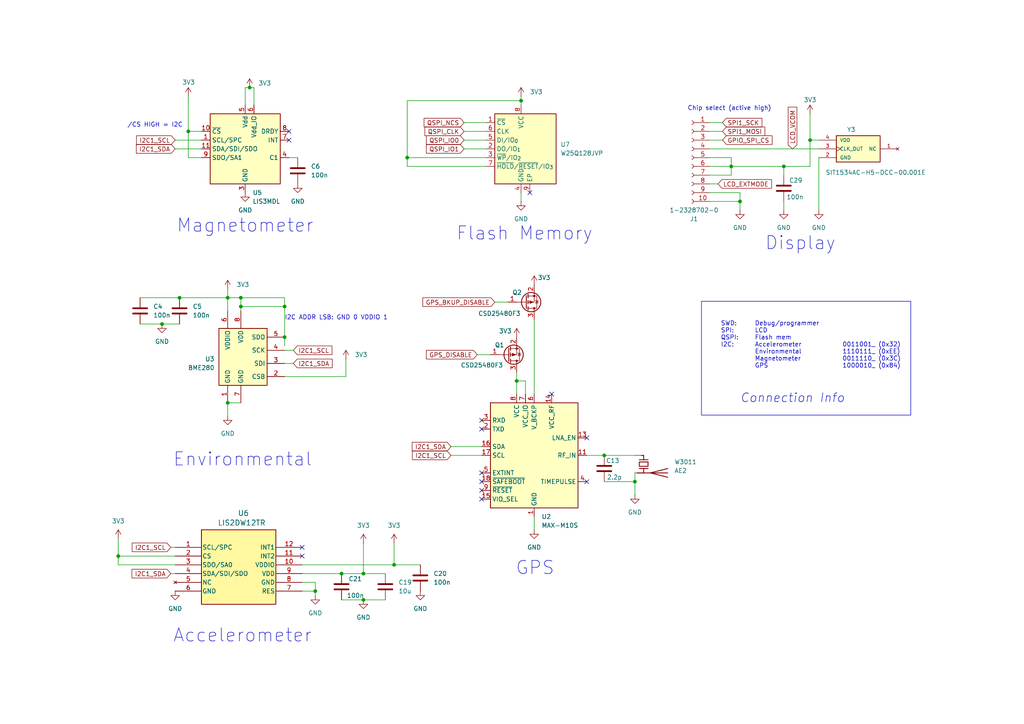
<source format=kicad_sch>
(kicad_sch (version 20250114) (generator "eeschema") (generator_version "9.0")
  (paper "A4")
  (lib_symbols
    (symbol "Connector:Conn_01x10_Socket" (pin_names (offset 1.016) (hide yes))
      (property "Reference" "J" (at 0 12.7 0))
      (property "Value" "Conn_01x10_Socket" (at 0 -15.24 0))
      (symbol "Conn_01x10_Socket_1_1"
        (polyline (pts (xy -1.27 10.16) (xy -0.508 10.16)) (stroke (width 0.1524)))
        (polyline (pts (xy -1.27 7.62) (xy -0.508 7.62)) (stroke (width 0.1524)))
        (polyline (pts (xy -1.27 5.08) (xy -0.508 5.08)) (stroke (width 0.1524)))
        (polyline (pts (xy -1.27 2.54) (xy -0.508 2.54)) (stroke (width 0.1524)))
        (polyline (pts (xy -1.27 0) (xy -0.508 0)) (stroke (width 0.1524)))
        (polyline (pts (xy -1.27 -2.54) (xy -0.508 -2.54)) (stroke (width 0.1524)))
        (polyline (pts (xy -1.27 -5.08) (xy -0.508 -5.08)) (stroke (width 0.1524)))
        (polyline (pts (xy -1.27 -7.62) (xy -0.508 -7.62)) (stroke (width 0.1524)))
        (polyline (pts (xy -1.27 -10.16) (xy -0.508 -10.16)) (stroke (width 0.1524)))
        (polyline (pts (xy -1.27 -12.7) (xy -0.508 -12.7)) (stroke (width 0.1524)))
        (arc (start 0 9.652) (mid -0.5058 10.16) (end 0 10.668) (stroke (width 0.1524)))
        (arc (start 0 7.112) (mid -0.5058 7.62) (end 0 8.128) (stroke (width 0.1524)))
        (arc (start 0 4.572) (mid -0.5058 5.08) (end 0 5.588) (stroke (width 0.1524)))
        (arc (start 0 2.032) (mid -0.5058 2.54) (end 0 3.048) (stroke (width 0.1524)))
        (arc (start 0 -0.508) (mid -0.5058 0) (end 0 0.508) (stroke (width 0.1524)))
        (arc (start 0 -3.048) (mid -0.5058 -2.54) (end 0 -2.032) (stroke (width 0.1524)))
        (arc (start 0 -5.588) (mid -0.5058 -5.08) (end 0 -4.572) (stroke (width 0.1524)))
        (arc (start 0 -8.128) (mid -0.5058 -7.62) (end 0 -7.112) (stroke (width 0.1524)))
        (arc (start 0 -10.668) (mid -0.5058 -10.16) (end 0 -9.652) (stroke (width 0.1524)))
        (arc (start 0 -13.208) (mid -0.5058 -12.7) (end 0 -12.192) (stroke (width 0.1524)))
        (pin passive line (at -5.08 10.16 0) (length 3.81) (name "Pin_1") (number "1"))
        (pin passive line (at -5.08 7.62 0) (length 3.81) (name "Pin_2") (number "2"))
        (pin passive line (at -5.08 5.08 0) (length 3.81) (name "Pin_3") (number "3"))
        (pin passive line (at -5.08 2.54 0) (length 3.81) (name "Pin_4") (number "4"))
        (pin passive line (at -5.08 0 0) (length 3.81) (name "Pin_5") (number "5"))
        (pin passive line (at -5.08 -2.54 0) (length 3.81) (name "Pin_6") (number "6"))
        (pin passive line (at -5.08 -5.08 0) (length 3.81) (name "Pin_7") (number "7"))
        (pin passive line (at -5.08 -7.62 0) (length 3.81) (name "Pin_8") (number "8"))
        (pin passive line (at -5.08 -10.16 0) (length 3.81) (name "Pin_9") (number "9"))
        (pin passive line (at -5.08 -12.7 0) (length 3.81) (name "Pin_10") (number "10"))
      )
    )
    (symbol "Device:Antenna_Chip" (pin_numbers (hide yes)) (pin_names (offset 1.016) (hide yes))
      (property "Reference" "AE" (at 0 5.08 0))
      (property "Value" "Antenna_Chip" (at 0 3.175 0))
      (symbol "Antenna_Chip_0_1"
        (polyline (pts (xy -2.54 0) (xy -2.54 -0.635)) (stroke (width 0.254)))
        (polyline (pts (xy -2.54 0) (xy -1.27 0)) (stroke (width 0.254)))
        (polyline (pts (xy -1.27 1.27) (xy -1.27 -1.27) (xy -1.27 0)) (stroke (width 0.254)))
        (polyline (pts (xy -0.635 1.27) (xy 0.635 1.27) (xy 0.635 -1.27) (xy -0.635 -1.27) (xy -0.635 1.27)) (stroke (width 0.254)))
        (polyline (pts (xy 1.27 1.27) (xy 1.27 -1.27)) (stroke (width 0.254)))
        (polyline (pts (xy 1.27 0) (xy 2.54 0)) (stroke (width 0.254)))
        (polyline (pts (xy 2.54 6.985) (xy 2.54 -1.905)) (stroke (width 0.254)))
        (polyline (pts (xy 2.54 -0.635) (xy 2.54 0)))
        (polyline (pts (xy 3.81 6.985) (xy 2.54 1.905) (xy 1.27 6.985)) (stroke (width 0.254)))
      )
      (symbol "Antenna_Chip_1_1"
        (pin input line (at -2.54 -2.54 90) (length 2.54) (name "FEED") (number "1"))
        (pin passive line (at 2.54 -2.54 90) (length 2.54) (name "PCB_Trace") (number "2"))
      )
    )
    (symbol "Device:C" (pin_numbers (hide yes)) (pin_names (offset 0.254))
      (property "Reference" "C" (at 0.635 2.54 0))
      (property "Value" "C" (at 0.635 -2.54 0))
      (symbol "C_0_1"
        (polyline (pts (xy -2.032 0.762) (xy 2.032 0.762)) (stroke (width 0.508)))
        (polyline (pts (xy -2.032 -0.762) (xy 2.032 -0.762)) (stroke (width 0.508)))
      )
      (symbol "C_1_1"
        (pin passive line (at 0 3.81 270) (length 2.794) (name "~") (number "1"))
        (pin passive line (at 0 -3.81 90) (length 2.794) (name "~") (number "2"))
      )
    )
    (symbol "Memory_Flash:W25Q128JVP"
      (property "Reference" "U" (at -6.35 11.43 0))
      (property "Value" "W25Q128JVP" (at 7.62 11.43 0))
      (symbol "W25Q128JVP_0_1"
        (rectangle (start -7.62 10.16) (end 10.16 -10.16) (stroke (width 0.254)) (fill (type background)))
      )
      (symbol "W25Q128JVP_1_1"
        (pin input line (at -10.16 7.62 0) (length 2.54) (name "~{CS}") (number "1"))
        (pin input line (at -10.16 5.08 0) (length 2.54) (name "CLK") (number "6"))
        (pin bidirectional line (at -10.16 2.54 0) (length 2.54) (name "DI/IO_{0}") (number "5"))
        (pin bidirectional line (at -10.16 0 0) (length 2.54) (name "DO/IO_{1}") (number "2"))
        (pin bidirectional line (at -10.16 -2.54 0) (length 2.54) (name "~{WP}/IO_{2}") (number "3"))
        (pin bidirectional line (at -10.16 -5.08 0) (length 2.54) (name "~{HOLD}/~{RESET}/IO_{3}") (number "7"))
        (pin power_in line (at 0 12.7 270) (length 2.54) (name "VCC") (number "8"))
        (pin power_in line (at 0 -12.7 90) (length 2.54) (name "GND") (number "4"))
        (pin passive line (at 2.54 -12.7 90) (length 2.54) (name "EP") (number "9"))
      )
    )
    (symbol "RF_GPS:MAX-M10S"
      (property "Reference" "U" (at -10.16 16.51 0))
      (property "Value" "MAX-M10S" (at 11.43 16.51 0))
      (symbol "MAX-M10S_0_1"
        (rectangle (start 12.7 15.24) (end -12.7 -15.24) (stroke (width 0.254)) (fill (type background)))
      )
      (symbol "MAX-M10S_1_1"
        (pin input line (at -15.24 10.16 0) (length 2.54) (name "RXD") (number "3"))
        (pin output line (at -15.24 7.62 0) (length 2.54) (name "TXD") (number "2"))
        (pin bidirectional line (at -15.24 2.54 0) (length 2.54) (name "SDA") (number "16"))
        (pin input line (at -15.24 0 0) (length 2.54) (name "SCL") (number "17"))
        (pin input line (at -15.24 -5.08 0) (length 2.54) (name "EXTINT") (number "5"))
        (pin input line (at -15.24 -7.62 0) (length 2.54) (name "~{SAFEBOOT}") (number "18"))
        (pin input line (at -15.24 -10.16 0) (length 2.54) (name "~{RESET}") (number "9"))
        (pin input line (at -15.24 -12.7 0) (length 2.54) (name "VIO_SEL") (number "15"))
        (pin power_in line (at -5.08 17.78 270) (length 2.54) (name "VCC") (number "8"))
        (pin power_in line (at -2.54 17.78 270) (length 2.54) (name "VCC_IO") (number "7"))
        (pin power_in line (at 0 17.78 270) (length 2.54) (name "V_BCKP") (number "6"))
        (pin power_in line (at 0 -17.78 90) (length 2.54) (name "GND") (number "1"))
        (pin passive line (at 0 -17.78 90) (length 2.54) (hide yes) (name "GND") (number "10"))
        (pin passive line (at 0 -17.78 90) (length 2.54) (hide yes) (name "GND") (number "12"))
        (pin power_out line (at 5.08 17.78 270) (length 2.54) (name "VCC_RF") (number "14"))
        (pin output line (at 15.24 5.08 180) (length 2.54) (name "LNA_EN") (number "13"))
        (pin input line (at 15.24 0 180) (length 2.54) (name "RF_IN") (number "11"))
        (pin output line (at 15.24 -7.62 180) (length 2.54) (name "TIMEPULSE") (number "4"))
      )
    )
    (symbol "Sensor:BME280"
      (property "Reference" "U3" (at -11.43 1.2701 0))
      (property "Value" "BME280" (at -11.43 -1.2699 0))
      (symbol "BME280_0_1"
        (rectangle (start -10.16 10.16) (end 3.81 -6.35) (stroke (width 0.254)) (fill (type background)))
      )
      (symbol "BME280_1_1"
        (pin power_in line (at -7.62 15.24 270) (length 5.08) (name "VDDIO") (number "6"))
        (pin power_in line (at -7.62 -11.43 90) (length 5.08) (name "GND") (number "1"))
        (pin power_in line (at -3.81 15.24 270) (length 5.08) (name "VDD") (number "8"))
        (pin power_in line (at -3.81 -11.43 90) (length 5.08) (name "GND") (number "7"))
        (pin bidirectional line (at 8.89 7.62 180) (length 5.08) (name "SDO") (number "5"))
        (pin input line (at 8.89 3.81 180) (length 5.08) (name "SCK") (number "4"))
        (pin bidirectional line (at 8.89 0 180) (length 5.08) (name "SDI") (number "3"))
        (pin input line (at 8.89 -3.81 180) (length 5.08) (name "CSB") (number "2"))
      )
    )
    (symbol "Sensor_Magnetic:LIS3MDL"
      (property "Reference" "U" (at -8.89 11.43 0))
      (property "Value" "LIS3MDL" (at 7.62 11.43 0))
      (symbol "LIS3MDL_0_1"
        (rectangle (start -10.16 10.16) (end 10.16 -10.16) (stroke (width 0.254)) (fill (type background)))
      )
      (symbol "LIS3MDL_1_1"
        (pin input line (at -12.7 5.08 0) (length 2.54) (name "~{CS}") (number "10"))
        (pin input line (at -12.7 2.54 0) (length 2.54) (name "SCL/SPC") (number "1"))
        (pin bidirectional line (at -12.7 0 0) (length 2.54) (name "SDA/SDI/SDO") (number "11"))
        (pin bidirectional line (at -12.7 -2.54 0) (length 2.54) (name "SDO/SA1") (number "9"))
        (pin power_in line (at 0 12.7 270) (length 2.54) (name "Vdd") (number "5"))
        (pin passive line (at 0 -12.7 90) (length 2.54) (hide yes) (name "GND") (number "12"))
        (pin passive line (at 0 -12.7 90) (length 2.54) (hide yes) (name "GND") (number "2"))
        (pin power_in line (at 0 -12.7 90) (length 2.54) (name "GND") (number "3"))
        (pin power_in line (at 2.54 12.7 270) (length 2.54) (name "Vdd_IO") (number "6"))
        (pin output line (at 12.7 5.08 180) (length 2.54) (name "DRDY") (number "8"))
        (pin output line (at 12.7 2.54 180) (length 2.54) (name "INT") (number "7"))
        (pin power_out line (at 12.7 -2.54 180) (length 2.54) (name "C1") (number "4"))
      )
    )
    (symbol "Transistor_FET:CSD25480F3" (pin_names (hide yes))
      (property "Reference" "Q" (at 5.715 1.905 0))
      (property "Value" "CSD25480F3" (at 11.811 -0.127 0))
      (symbol "CSD25480F3_0_1"
        (polyline (pts (xy 0.254 1.905) (xy 0.254 -1.905)) (stroke (width 0.254)))
        (polyline (pts (xy 0.254 0) (xy -2.54 0)))
        (polyline (pts (xy 0.762 2.286) (xy 0.762 1.27)) (stroke (width 0.254)))
        (polyline (pts (xy 0.762 1.778) (xy 3.302 1.778) (xy 3.302 -1.778) (xy 0.762 -1.778)))
        (polyline (pts (xy 0.762 0.508) (xy 0.762 -0.508)) (stroke (width 0.254)))
        (polyline (pts (xy 0.762 -1.27) (xy 0.762 -2.286)) (stroke (width 0.254)))
        (circle (center 1.651 0) (radius 2.794) (stroke (width 0.254)))
        (polyline (pts (xy 2.286 0) (xy 1.27 0.381) (xy 1.27 -0.381) (xy 2.286 0)) (fill (type outline)))
        (polyline (pts (xy 2.54 2.54) (xy 2.54 1.778)))
        (circle (center 2.54 1.778) (radius 0.254) (fill (type outline)))
        (circle (center 2.54 -1.778) (radius 0.254) (fill (type outline)))
        (polyline (pts (xy 2.54 -2.54) (xy 2.54 0) (xy 0.762 0)))
        (polyline (pts (xy 2.794 -0.508) (xy 2.921 -0.381) (xy 3.683 -0.381) (xy 3.81 -0.254)))
        (polyline (pts (xy 3.302 -0.381) (xy 2.921 0.254) (xy 3.683 0.254) (xy 3.302 -0.381)))
      )
      (symbol "CSD25480F3_1_1"
        (pin input line (at -5.08 0 0) (length 2.54) (name "G") (number "1"))
        (pin passive line (at 2.54 5.08 270) (length 2.54) (name "D") (number "3"))
        (pin passive line (at 2.54 -5.08 90) (length 2.54) (name "S") (number "2"))
      )
    )
    (symbol "accelerometer:LIS2DW12TR" (pin_names (offset 0.254))
      (property "Reference" "U6" (at 19.812 9.906 0))
      (property "Value" "LIS2DW12TR" (at 19.304 7.112 0))
      (symbol "LIS2DW12TR_0_1"
        (pin bidirectional line (at 0 0 0) (length 7.62) (name "SCL/SPC") (number "1"))
        (pin input line (at 0 -2.54 0) (length 7.62) (name "CS") (number "2"))
        (pin bidirectional line (at 0 -5.08 0) (length 7.62) (name "SDO/SA0") (number "3"))
        (pin bidirectional line (at 0 -7.62 0) (length 7.62) (name "SDA/SDI/SDO") (number "4"))
        (pin no_connect line (at 0 -10.16 0) (length 7.62) (name "NC") (number "5"))
        (pin power_out line (at 0 -12.7 0) (length 7.62) (name "GND") (number "6"))
        (pin output line (at 36.83 0 180) (length 7.62) (name "INT1") (number "12"))
        (pin output line (at 36.83 -2.54 180) (length 7.62) (name "INT2") (number "11"))
        (pin power_in line (at 36.83 -5.08 180) (length 7.62) (name "VDDIO") (number "10"))
        (pin power_in line (at 36.83 -7.62 180) (length 7.62) (name "VDD") (number "9"))
        (pin power_out line (at 36.83 -10.16 180) (length 7.62) (name "GND") (number "8"))
        (pin power_out line (at 36.83 -12.7 180) (length 7.62) (name "RES") (number "7"))
      )
      (symbol "LIS2DW12TR_1_1"
        (rectangle (start 7.62 5.08) (end 29.21 -16.51) (stroke (width 0.254)) (fill (type color) (color 255 248 161 1)))
      )
    )
    (symbol "power:GND" (power) (pin_numbers (hide yes)) (pin_names (offset 0) (hide yes))
      (property "Value" "GND" (at 0 -3.81 0))
      (symbol "GND_0_1"
        (polyline (pts (xy 0 0) (xy 0 -1.27) (xy 1.27 -1.27) (xy 0 -2.54) (xy -1.27 -1.27) (xy 0 -1.27)))
      )
      (symbol "GND_1_1"
        (pin power_in line (at 0 0 270) (length 0) (name "~") (number "1"))
      )
    )
    (symbol "power:VCC" (power) (pin_numbers (hide yes)) (pin_names (offset 0) (hide yes))
      (property "Value" "VCC" (at 0 3.556 0))
      (symbol "VCC_0_1"
        (polyline (pts (xy -0.762 1.27) (xy 0 2.54)))
        (polyline (pts (xy 0 2.54) (xy 0.762 1.27)))
        (polyline (pts (xy 0 0) (xy 0 2.54)))
      )
      (symbol "VCC_1_1"
        (pin power_in line (at 0 0 90) (length 0) (name "~") (number "1"))
      )
    )
    (symbol "signal_gen_1hz:SIT1534AC-H5-DCC-00.001E" (pin_names (offset 1.016))
      (property "Reference" "Y3" (at 0 12.7 0))
      (property "Value" "SIT1534AC-H5-DCC-00.001E" (at 0 10.16 0))
      (symbol "SIT1534AC-H5-DCC-00.001E_0_0"
        (rectangle (start -10.16 7.62) (end 2.54 0) (stroke (width 0.254)) (fill (type background)))
        (pin no_connect line (at -15.24 3.81 0) (length 5.08) (name "NC") (number "1"))
        (pin power_in line (at 7.62 6.35 180) (length 5.08) (name "VDD") (number "4"))
        (pin output clock (at 7.62 3.81 180) (length 5.08) (name "CLK_OUT") (number "3"))
        (pin power_in line (at 7.62 1.27 180) (length 5.08) (name "GND") (number "2"))
      )
    )
  )
  (rectangle (start 203.454 87.376) (end 264.16 120.396))
  (text "Magnetometer" (at 71.12 65.532 0) (effects (font (size 3.81 3.81))))
  (text "GPS" (at 155.194 164.846 0) (effects (font (size 3.81 3.81))))
  (text "Environmental" (at 70.358 133.35 0) (effects (font (size 3.81 3.81))))
  (text "Display" (at 232.156 70.612 0) (effects (font (size 3.81 3.81))))
  (text "Chip select (active high)" (at 211.582 31.496 0) (effects (font (size 1.27 1.27))))
  (text "SWD:	Debug/programmer\nSPI:	LCD\nQSPI:	Flash mem\nI2C:	Accelerometer		0011001_ (0x32)\n		Environmental		1110111_ (0xEE)\n		Magnetometer		0011110_ (0x3C)\n		GPS					1000010_ (0x84)" (at 209.042 100.076 0) (effects (font (size 1.27 1.27)) (justify left)))
  (text "Connection Info" (at 229.87 115.57 0) (effects (font (size 2.54 2.54) (italic yes))))
  (text "Flash Memory" (at 152.146 67.818 0) (effects (font (size 3.81 3.81))))
  (text "I2C ADDR LSB: GND 0 VDDIO 1" (at 97.536 92.202 0) (effects (font (size 1.27 1.27))))
  (text "/CS HIGH = I2C" (at 44.958 36.322 0) (effects (font (size 1.27 1.27))))
  (text "Accelerometer" (at 70.358 184.404 0) (effects (font (size 3.81 3.81))))
  (junction (at 54.61 38.1))
  (junction (at 46.99 93.98))
  (junction (at 214.63 58.42))
  (junction (at 114.3 163.83))
  (junction (at 72.39 25.4))
  (junction (at 99.06 166.37))
  (junction (at 82.55 88.9))
  (junction (at 118.11 45.72))
  (junction (at 105.41 166.37))
  (junction (at 34.29 161.29))
  (junction (at 52.07 86.36))
  (junction (at 227.33 48.26))
  (junction (at 82.55 97.79))
  (junction (at 175.26 132.08))
  (junction (at 184.15 139.7))
  (junction (at 234.95 40.64))
  (junction (at 105.41 173.99))
  (junction (at 212.09 48.26))
  (junction (at 149.86 110.49))
  (junction (at 66.04 116.84))
  (junction (at 69.85 86.36))
  (junction (at 151.13 29.21))
  (junction (at 66.04 86.36))
  (junction (at 69.85 88.9))
  (junction (at 91.44 171.45))
  (no_connect (at 139.7 124.46))
  (no_connect (at 83.82 38.1))
  (no_connect (at 153.67 55.88))
  (no_connect (at 87.63 158.75))
  (no_connect (at 170.18 139.7))
  (no_connect (at 139.7 137.16))
  (no_connect (at 83.82 40.64))
  (no_connect (at 139.7 144.78))
  (no_connect (at 170.18 127))
  (no_connect (at 139.7 142.24))
  (no_connect (at 139.7 121.92))
  (no_connect (at 87.63 161.29))
  (no_connect (at 139.7 139.7))
  (no_connect (at 160.02 114.3))
  (wire (pts (xy 66.04 83.82) (xy 66.04 86.36)))
  (wire (pts (xy 73.66 25.4) (xy 72.39 25.4)))
  (wire (pts (xy 212.09 48.26) (xy 227.33 48.26)))
  (wire (pts (xy 82.55 86.36) (xy 69.85 86.36)))
  (wire (pts (xy 50.8 163.83) (xy 34.29 163.83)))
  (wire (pts (xy 66.04 86.36) (xy 69.85 86.36)))
  (wire (pts (xy 99.06 166.37) (xy 105.41 166.37)))
  (wire (pts (xy 66.04 116.84) (xy 66.04 120.65)))
  (wire (pts (xy 212.09 50.8) (xy 212.09 48.26)))
  (wire (pts (xy 151.13 58.42) (xy 151.13 55.88)))
  (wire (pts (xy 73.66 30.48) (xy 73.66 25.4)))
  (wire (pts (xy 118.11 45.72) (xy 118.11 29.21)))
  (wire (pts (xy 154.94 92.71) (xy 154.94 114.3)))
  (wire (pts (xy 140.97 48.26) (xy 118.11 48.26)))
  (wire (pts (xy 205.74 58.42) (xy 214.63 58.42)))
  (wire (pts (xy 82.55 88.9) (xy 82.55 97.79)))
  (wire (pts (xy 227.33 50.8) (xy 227.33 48.26)))
  (wire (pts (xy 82.55 86.36) (xy 82.55 88.9)))
  (wire (pts (xy 54.61 38.1) (xy 58.42 38.1)))
  (wire (pts (xy 234.95 48.26) (xy 227.33 48.26)))
  (wire (pts (xy 50.8 43.18) (xy 58.42 43.18)))
  (wire (pts (xy 134.62 40.64) (xy 140.97 40.64)))
  (wire (pts (xy 214.63 58.42) (xy 214.63 60.96)))
  (wire (pts (xy 152.4 110.49) (xy 152.4 114.3)))
  (wire (pts (xy 205.74 40.64) (xy 209.55 40.64)))
  (wire (pts (xy 143.51 87.63) (xy 147.32 87.63)))
  (wire (pts (xy 46.99 93.98) (xy 52.07 93.98)))
  (wire (pts (xy 105.41 166.37) (xy 111.76 166.37)))
  (wire (pts (xy 175.26 139.7) (xy 184.15 139.7)))
  (wire (pts (xy 87.63 171.45) (xy 91.44 171.45)))
  (wire (pts (xy 54.61 45.72) (xy 54.61 38.1)))
  (wire (pts (xy 184.15 139.7) (xy 184.15 137.16)))
  (wire (pts (xy 114.3 163.83) (xy 121.92 163.83)))
  (wire (pts (xy 151.13 27.94) (xy 151.13 29.21)))
  (wire (pts (xy 49.53 158.75) (xy 50.8 158.75)))
  (wire (pts (xy 71.12 30.48) (xy 71.12 25.4)))
  (wire (pts (xy 205.74 35.56) (xy 209.55 35.56)))
  (wire (pts (xy 130.81 129.54) (xy 139.7 129.54)))
  (wire (pts (xy 40.64 86.36) (xy 52.07 86.36)))
  (wire (pts (xy 82.55 101.6) (xy 85.09 101.6)))
  (wire (pts (xy 82.55 100.33) (xy 82.55 97.79)))
  (wire (pts (xy 100.33 109.22) (xy 100.33 104.14)))
  (wire (pts (xy 149.86 110.49) (xy 149.86 114.3)))
  (wire (pts (xy 71.12 25.4) (xy 72.39 25.4)))
  (wire (pts (xy 66.04 116.84) (xy 69.85 116.84)))
  (wire (pts (xy 82.55 105.41) (xy 85.09 105.41)))
  (wire (pts (xy 50.8 161.29) (xy 34.29 161.29)))
  (wire (pts (xy 82.55 88.9) (xy 69.85 88.9)))
  (wire (pts (xy 82.55 109.22) (xy 100.33 109.22)))
  (wire (pts (xy 58.42 45.72) (xy 54.61 45.72)))
  (wire (pts (xy 52.07 86.36) (xy 66.04 86.36)))
  (wire (pts (xy 118.11 29.21) (xy 151.13 29.21)))
  (wire (pts (xy 134.62 38.1) (xy 140.97 38.1)))
  (wire (pts (xy 87.63 163.83) (xy 114.3 163.83)))
  (wire (pts (xy 234.95 40.64) (xy 237.49 40.64)))
  (wire (pts (xy 91.44 171.45) (xy 91.44 172.72)))
  (wire (pts (xy 205.74 55.88) (xy 214.63 55.88)))
  (wire (pts (xy 184.15 143.51) (xy 184.15 139.7)))
  (wire (pts (xy 118.11 45.72) (xy 140.97 45.72)))
  (wire (pts (xy 149.86 107.95) (xy 149.86 110.49)))
  (wire (pts (xy 99.06 173.99) (xy 105.41 173.99)))
  (wire (pts (xy 205.74 48.26) (xy 212.09 48.26)))
  (wire (pts (xy 87.63 166.37) (xy 99.06 166.37)))
  (wire (pts (xy 49.53 166.37) (xy 50.8 166.37)))
  (wire (pts (xy 212.09 45.72) (xy 212.09 48.26)))
  (wire (pts (xy 205.74 43.18) (xy 237.49 43.18)))
  (wire (pts (xy 66.04 86.36) (xy 66.04 90.17)))
  (wire (pts (xy 105.41 157.48) (xy 105.41 166.37)))
  (wire (pts (xy 149.86 110.49) (xy 152.4 110.49)))
  (wire (pts (xy 83.82 45.72) (xy 86.36 45.72)))
  (wire (pts (xy 105.41 173.99) (xy 111.76 173.99)))
  (wire (pts (xy 234.95 33.02) (xy 234.95 40.64)))
  (wire (pts (xy 205.74 53.34) (xy 208.28 53.34)))
  (wire (pts (xy 69.85 88.9) (xy 69.85 86.36)))
  (wire (pts (xy 134.62 43.18) (xy 140.97 43.18)))
  (wire (pts (xy 205.74 45.72) (xy 212.09 45.72)))
  (wire (pts (xy 34.29 163.83) (xy 34.29 161.29)))
  (wire (pts (xy 114.3 157.48) (xy 114.3 163.83)))
  (wire (pts (xy 205.74 50.8) (xy 212.09 50.8)))
  (wire (pts (xy 237.49 45.72) (xy 237.49 60.96)))
  (wire (pts (xy 87.63 168.91) (xy 91.44 168.91)))
  (wire (pts (xy 138.43 102.87) (xy 142.24 102.87)))
  (wire (pts (xy 170.18 132.08) (xy 175.26 132.08)))
  (wire (pts (xy 234.95 40.64) (xy 234.95 48.26)))
  (wire (pts (xy 134.62 35.56) (xy 140.97 35.56)))
  (wire (pts (xy 214.63 55.88) (xy 214.63 58.42)))
  (wire (pts (xy 154.94 149.86) (xy 154.94 153.67)))
  (wire (pts (xy 50.8 40.64) (xy 58.42 40.64)))
  (wire (pts (xy 118.11 48.26) (xy 118.11 45.72)))
  (wire (pts (xy 34.29 161.29) (xy 34.29 156.21)))
  (wire (pts (xy 40.64 93.98) (xy 46.99 93.98)))
  (wire (pts (xy 130.81 132.08) (xy 139.7 132.08)))
  (wire (pts (xy 205.74 38.1) (xy 209.55 38.1)))
  (wire (pts (xy 91.44 168.91) (xy 91.44 171.45)))
  (wire (pts (xy 175.26 132.08) (xy 184.15 132.08)))
  (wire (pts (xy 69.85 90.17) (xy 69.85 88.9)))
  (wire (pts (xy 227.33 60.96) (xy 227.33 58.42)))
  (wire (pts (xy 54.61 27.94) (xy 54.61 38.1)))
  (wire (pts (xy 151.13 29.21) (xy 151.13 30.48)))
  (global_label "QSPI_CLK" (shape input) (at 134.62 38.1 180) (property "Intersheetrefs" "${INTERSHEET_REFS}" (effects (hide yes))))
  (global_label "QSPI_NCS" (shape input) (at 134.62 35.56 180) (property "Intersheetrefs" "${INTERSHEET_REFS}" (effects (hide yes))))
  (global_label "I2C1_SCL" (shape input) (at 130.81 132.08 180) (property "Intersheetrefs" "${INTERSHEET_REFS}" (effects (hide yes))))
  (global_label "SPI1_MOSI" (shape input) (at 209.55 38.1 0) (property "Intersheetrefs" "${INTERSHEET_REFS}" (effects (hide yes))))
  (global_label "I2C1_SCL" (shape input) (at 49.53 158.75 180) (property "Intersheetrefs" "${INTERSHEET_REFS}" (effects (hide yes))))
  (global_label "I2C1_SDA" (shape input) (at 50.8 43.18 180) (property "Intersheetrefs" "${INTERSHEET_REFS}" (effects (hide yes))))
  (global_label "I2C1_SCL" (shape input) (at 50.8 40.64 180) (property "Intersheetrefs" "${INTERSHEET_REFS}" (effects (hide yes))))
  (global_label "SPI1_SCK" (shape input) (at 209.55 35.56 0) (property "Intersheetrefs" "${INTERSHEET_REFS}" (effects (hide yes))))
  (global_label "I2C1_SDA" (shape input) (at 85.09 105.41 0) (property "Intersheetrefs" "${INTERSHEET_REFS}" (effects (hide yes))))
  (global_label "GPS_BKUP_DISABLE" (shape input) (at 143.51 87.63 180) (property "Intersheetrefs" "${INTERSHEET_REFS}" (effects (hide yes))))
  (global_label "I2C1_SDA" (shape input) (at 130.81 129.54 180) (property "Intersheetrefs" "${INTERSHEET_REFS}" (effects (hide yes))))
  (global_label "I2C1_SDA" (shape input) (at 49.53 166.37 180) (property "Intersheetrefs" "${INTERSHEET_REFS}" (effects (hide yes))))
  (global_label "QSPI_IO0" (shape input) (at 134.62 40.64 180) (property "Intersheetrefs" "${INTERSHEET_REFS}" (effects (hide yes))))
  (global_label "QSPI_IO1" (shape input) (at 134.62 43.18 180) (property "Intersheetrefs" "${INTERSHEET_REFS}" (effects (hide yes))))
  (global_label "GPS_DISABLE" (shape input) (at 138.43 102.87 180) (property "Intersheetrefs" "${INTERSHEET_REFS}" (effects (hide yes))))
  (global_label "GPIO_SPI_CS" (shape input) (at 209.55 40.64 0) (property "Intersheetrefs" "${INTERSHEET_REFS}" (effects (hide yes))))
  (global_label "LCD_VCOM" (shape input) (at 229.87 43.18 90) (property "Intersheetrefs" "${INTERSHEET_REFS}" (effects (hide yes))))
  (global_label "LCD_EXTMODE" (shape input) (at 208.28 53.34 0) (property "Intersheetrefs" "${INTERSHEET_REFS}" (effects (hide yes))))
  (global_label "I2C1_SCL" (shape input) (at 85.09 101.6 0) (property "Intersheetrefs" "${INTERSHEET_REFS}" (effects (hide yes))))
  (symbol (lib_id "power:VCC") (at 151.13 27.94 0) (unit 1)
    (property "Reference" "#PWR017" (effects (hide yes)))
    (property "Value" "3V3" (at 153.67 26.6699 0) (effects (justify left)))
    (property "Description" "Power symbol creates a global label with name \"VCC\"" (effects (hide yes)))
  )
  (symbol (lib_id "power:GND") (at 105.41 173.99 0) (unit 1)
    (property "Reference" "#PWR049" (effects (hide yes)))
    (property "Value" "GND" (at 105.41 179.07 0))
    (property "Description" "Power symbol creates a global label with name \"GND\" , ground" (effects (hide yes)))
  )
  (symbol (lib_id "power:VCC") (at 34.29 156.21 0) (unit 1)
    (property "Reference" "#PWR063" (effects (hide yes)))
    (property "Value" "3V3" (at 34.29 151.13 0))
    (property "Description" "Power symbol creates a global label with name \"VCC\"" (effects (hide yes)))
  )
  (symbol (lib_id "power:GND") (at 91.44 172.72 0) (unit 1)
    (property "Reference" "#PWR028" (effects (hide yes)))
    (property "Value" "GND" (at 91.44 177.8 0))
    (property "Description" "Power symbol creates a global label with name \"GND\" , ground" (effects (hide yes)))
  )
  (symbol (lib_id "power:GND") (at 154.94 153.67 0) (unit 1)
    (property "Reference" "#PWR01" (effects (hide yes)))
    (property "Value" "GND" (at 154.94 158.75 0))
    (property "Description" "Power symbol creates a global label with name \"GND\" , ground" (effects (hide yes)))
  )
  (symbol (lib_id "power:VCC") (at 114.3 157.48 0) (unit 1)
    (property "Reference" "#PWR052" (effects (hide yes)))
    (property "Value" "3V3" (at 114.3 152.4 0))
    (property "Description" "Power symbol creates a global label with name \"VCC\"" (effects (hide yes)))
  )
  (symbol (lib_id "power:GND") (at 50.8 171.45 0) (unit 1)
    (property "Reference" "#PWR027" (effects (hide yes)))
    (property "Value" "GND" (at 50.8 176.53 0))
    (property "Description" "Power symbol creates a global label with name \"GND\" , ground" (effects (hide yes)))
  )
  (symbol (lib_id "Connector:Conn_01x10_Socket") (at 200.66 45.72 0) (mirror y) (unit 1)
    (property "Reference" "J1" (at 201.295 63.5 0))
    (property "Value" "1-2328702-0" (at 201.295 60.96 0))
    (property "Footprint" "fpc_connector_1-2328702-0:TE_1-2328702-0" (effects (hide yes)))
    (property "Description" "Generic connector, single row, 01x10, script generated" (effects (hide yes)))
  )
  (symbol (lib_id "Transistor_FET:CSD25480F3") (at 147.32 102.87 0) (mirror x) (unit 1)
    (property "Reference" "Q1" (at 143.51 100.076 0) (effects (justify left)))
    (property "Value" "CSD25480F3" (at 133.604 105.918 0) (effects (justify left)))
    (property "Footprint" "Package_DFN_QFN:Texas_PicoStar_DFN-3_0.69x0.60mm" (effects (hide yes)))
    (property "Datasheet" "https://www.ti.com/lit/ds/symlink/csd25480f3.pdf" (effects (hide yes)))
    (property "Description" "-1.7A Id, -20V Vds, P-Channel MOSFET, 159mOhm Ron,max @ 4.5Vgs, 0.70nC Qg,typ @ 4.5Vgs, PicoStar 0.73x0.64mm max, 0.69x0.60mm nom" (effects (hide yes)))
  )
  (symbol (lib_id "power:GND") (at 184.15 143.51 0) (unit 1)
    (property "Reference" "#PWR08" (effects (hide yes)))
    (property "Value" "GND" (at 184.15 148.59 0))
    (property "Description" "Power symbol creates a global label with name \"GND\" , ground" (effects (hide yes)))
  )
  (symbol (lib_id "Device:C") (at 111.76 170.18 0) (unit 1)
    (property "Reference" "C19" (at 115.57 168.9099 0) (effects (justify left)))
    (property "Value" "10u" (at 115.57 171.4499 0) (effects (justify left)))
    (property "Footprint" "Capacitor_SMD:C_0603_1608Metric" (effects (hide yes)))
    (property "Description" "Unpolarized capacitor" (effects (hide yes)))
  )
  (symbol (lib_id "Device:C") (at 99.06 170.18 0) (unit 1)
    (property "Reference" "C21" (at 101.092 167.894 0) (effects (justify left)))
    (property "Value" "100n" (at 100.584 172.72 0) (effects (justify left)))
    (property "Footprint" "Capacitor_SMD:C_0402_1005Metric" (effects (hide yes)))
    (property "Description" "Unpolarized capacitor" (effects (hide yes)))
  )
  (symbol (lib_id "Device:C") (at 175.26 135.89 180) (unit 1)
    (property "Reference" "C13" (at 175.768 133.604 0) (effects (justify right)))
    (property "Value" "2.2p" (at 176.022 138.43 0) (effects (justify right)))
    (property "Footprint" "Capacitor_SMD:C_0402_1005Metric" (effects (hide yes)))
    (property "Description" "Unpolarized capacitor" (effects (hide yes)))
  )
  (symbol (lib_id "RF_GPS:MAX-M10S") (at 154.94 132.08 0) (unit 1)
    (property "Reference" "U2" (at 157.0833 149.86 0) (effects (justify left)))
    (property "Value" "MAX-M10S" (at 157.0833 152.4 0) (effects (justify left)))
    (property "Footprint" "RF_GPS:ublox_MAX" (effects (hide yes)))
    (property "Datasheet" "https://content.u-blox.com/sites/default/files/MAX-M10S_DataSheet_UBX-20035208.pdf" (effects (hide yes)))
    (property "Description" "GNSS Module MAX M10, VCC 1.65V to 3.6V" (effects (hide yes)))
  )
  (symbol (lib_id "Sensor:BME280") (at 73.66 105.41 0) (unit 1)
    (property "Reference" "U3" (at 62.23 104.1399 0) (effects (justify right)))
    (property "Value" "BME280" (at 62.23 106.6799 0) (effects (justify right)))
    (property "Footprint" "Package_LGA:Bosch_LGA-8_2.5x2.5mm_P0.65mm_ClockwisePinNumbering" (effects (hide yes)))
    (property "Datasheet" "https://www.bosch-sensortec.com/media/boschsensortec/downloads/datasheets/bst-bme280-ds002.pdf" (effects (hide yes)))
    (property "Description" "3-in-1 sensor, humidity, pressure, temperature, I2C and SPI interface, 1.71-3.6V, LGA-8" (effects (hide yes)))
  )
  (symbol (lib_id "power:VCC") (at 234.95 33.02 0) (unit 1)
    (property "Reference" "#PWR060" (effects (hide yes)))
    (property "Value" "3V3" (at 234.95 28.956 0))
    (property "Description" "Power symbol creates a global label with name \"VCC\"" (effects (hide yes)))
  )
  (symbol (lib_id "Device:C") (at 227.33 54.61 0) (unit 1)
    (property "Reference" "C29" (at 228.854 52.324 0) (effects (justify left)))
    (property "Value" "100n" (at 228.092 57.15 0) (effects (justify left)))
    (property "Footprint" "Capacitor_SMD:C_0402_1005Metric" (effects (hide yes)))
    (property "Description" "Unpolarized capacitor" (effects (hide yes)))
  )
  (symbol (lib_id "Device:C") (at 52.07 90.17 0) (unit 1)
    (property "Reference" "C5" (at 55.88 88.8999 0) (effects (justify left)))
    (property "Value" "100n" (at 55.88 91.4399 0) (effects (justify left)))
    (property "Footprint" "Capacitor_SMD:C_0402_1005Metric" (effects (hide yes)))
    (property "Description" "Unpolarized capacitor" (effects (hide yes)))
  )
  (symbol (lib_id "signal_gen_1hz:SIT1534AC-H5-DCC-00.001E") (at 245.11 46.99 0) (mirror y) (unit 1) (in_bom no)
    (property "Reference" "Y3" (at 246.888 37.592 0))
    (property "Value" "SIT1534AC-H5-DCC-00.001E" (at 254 50.038 0))
    (property "Footprint" "signal_gen_1Hz:OSC_SIT1534AC-H5-DCC-00.001E" (effects (hide yes)))
    (property "MF" "SiTIME" (effects (hide yes)))
    (property "MAXIMUM_PACKAGE_HEIGHT" "0.6mm" (effects (hide yes)))
    (property "Package" "SMD-4 SiTIME" (effects (hide yes)))
    (property "Price" "None" (effects (hide yes)))
    (property "Check_prices" "https://www.snapeda.com/parts/SIT1534AC-H5-DCC-00.001E/SiTime/view-part/?ref=eda" (effects (hide yes)))
    (property "STANDARD" "Manufacturer Recommendations" (effects (hide yes)))
    (property "PARTREV" "1.41" (effects (hide yes)))
    (property "SnapEDA_Link" "https://www.snapeda.com/parts/SIT1534AC-H5-DCC-00.001E/SiTime/view-part/?ref=snap" (effects (hide yes)))
    (property "MP" "SIT1534AC-H5-DCC-00.001E" (effects (hide yes)))
    (property "Description_1" "1 Hz XO (Standard) LVCMOS Oscillator 1.2V ~ 3.63V 4-SMD, No Lead" (effects (hide yes)))
    (property "Availability" "In Stock" (effects (hide yes)))
    (property "MANUFACTURER" "SiTime" (effects (hide yes)))
  )
  (symbol (lib_id "Memory_Flash:W25Q128JVP") (at 151.13 43.18 0) (unit 1)
    (property "Reference" "U7" (at 162.56 41.9099 0) (effects (justify left)))
    (property "Value" "W25Q128JVP" (at 162.56 44.4499 0) (effects (justify left)))
    (property "Footprint" "Package_SON:WSON-8-1EP_6x5mm_P1.27mm_EP3.4x4.3mm" (effects (hide yes)))
    (property "Datasheet" "https://www.winbond.com/resource-files/w25q128jv_dtr%20revc%2003272018%20plus.pdf" (effects (hide yes)))
    (property "Description" "128Mbit / 16MiB Serial Flash Memory, Standard/Dual/Quad SPI, 2.7-3.6V, WSON-8" (effects (hide yes)))
  )
  (symbol (lib_id "power:VCC") (at 100.33 104.14 0) (unit 1)
    (property "Reference" "#PWR025" (effects (hide yes)))
    (property "Value" "3V3" (at 102.87 102.8699 0) (effects (justify left)))
    (property "Description" "Power symbol creates a global label with name \"VCC\"" (effects (hide yes)))
  )
  (symbol (lib_id "power:GND") (at 66.04 120.65 0) (unit 1)
    (property "Reference" "#PWR018" (effects (hide yes)))
    (property "Value" "GND" (at 66.04 125.73 0))
    (property "Description" "Power symbol creates a global label with name \"GND\" , ground" (effects (hide yes)))
  )
  (symbol (lib_id "power:VCC") (at 54.61 27.94 0) (unit 1)
    (property "Reference" "#PWR019" (effects (hide yes)))
    (property "Value" "3V3" (at 52.832 23.876 0) (effects (justify left)))
    (property "Description" "Power symbol creates a global label with name \"VCC\"" (effects (hide yes)))
  )
  (symbol (lib_id "power:VCC") (at 154.94 82.55 0) (unit 1)
    (property "Reference" "#PWR022" (effects (hide yes)))
    (property "Value" "3V3" (at 155.956 80.518 0) (effects (justify left)))
    (property "Description" "Power symbol creates a global label with name \"VCC\"" (effects (hide yes)))
  )
  (symbol (lib_id "Sensor_Magnetic:LIS3MDL") (at 71.12 43.18 0) (unit 1)
    (property "Reference" "U5" (at 73.2633 55.88 0) (effects (justify left)))
    (property "Value" "LIS3MDL" (at 73.2633 58.42 0) (effects (justify left)))
    (property "Footprint" "Package_LGA:LGA-12_2x2mm_P0.5mm" (effects (hide yes)))
    (property "Datasheet" "https://www.st.com/resource/en/datasheet/lis3mdl.pdf" (effects (hide yes)))
    (property "Description" "Ultra-low-power, 3-axis digital output magnetometer, LGA-12" (effects (hide yes)))
  )
  (symbol (lib_id "power:GND") (at 121.92 171.45 0) (unit 1)
    (property "Reference" "#PWR048" (effects (hide yes)))
    (property "Value" "GND" (at 121.92 176.53 0))
    (property "Description" "Power symbol creates a global label with name \"GND\" , ground" (effects (hide yes)))
  )
  (symbol (lib_id "Device:Antenna_Chip") (at 186.69 134.62 270) (unit 1)
    (property "Reference" "AE2" (at 195.58 136.5251 90) (effects (justify left)))
    (property "Value" "W3011" (at 195.58 133.9851 90) (effects (justify left)))
    (property "Footprint" "RF_Antenna:Pulse_W3011" (effects (hide yes)))
    (property "Description" "Ceramic chip antenna with pin for PCB trace" (effects (hide yes)))
  )
  (symbol (lib_id "power:GND") (at 214.63 60.96 0) (unit 1)
    (property "Reference" "#PWR059" (effects (hide yes)))
    (property "Value" "GND" (at 214.63 66.04 0))
    (property "Description" "Power symbol creates a global label with name \"GND\" , ground" (effects (hide yes)))
  )
  (symbol (lib_id "power:GND") (at 237.49 60.96 0) (unit 1)
    (property "Reference" "#PWR014" (effects (hide yes)))
    (property "Value" "GND" (at 237.49 66.04 0))
    (property "Description" "Power symbol creates a global label with name \"GND\" , ground" (effects (hide yes)))
  )
  (symbol (lib_id "Transistor_FET:CSD25480F3") (at 152.4 87.63 0) (mirror x) (unit 1)
    (property "Reference" "Q2" (at 148.59 84.836 0) (effects (justify left)))
    (property "Value" "CSD25480F3" (at 138.684 90.932 0) (effects (justify left)))
    (property "Footprint" "Package_DFN_QFN:Texas_PicoStar_DFN-3_0.69x0.60mm" (effects (hide yes)))
    (property "Datasheet" "https://www.ti.com/lit/ds/symlink/csd25480f3.pdf" (effects (hide yes)))
    (property "Description" "-1.7A Id, -20V Vds, P-Channel MOSFET, 159mOhm Ron,max @ 4.5Vgs, 0.70nC Qg,typ @ 4.5Vgs, PicoStar 0.73x0.64mm max, 0.69x0.60mm nom" (effects (hide yes)))
  )
  (symbol (lib_id "accelerometer:LIS2DW12TR") (at 50.8 158.75 0) (unit 1)
    (property "Reference" "U6" (at 70.612 148.844 0) (effects (font (size 1.524 1.524))))
    (property "Value" "LIS2DW12TR" (at 70.104 151.638 0) (effects (font (size 1.524 1.524))))
    (property "Footprint" "accelerometer:LGA-12_2X2X0P7_STM" (effects (hide yes)))
    (property "Datasheet" "https://www.st.com/resource/en/datasheet/lis2dw12.pdf" (effects (hide yes)))
  )
  (symbol (lib_id "power:GND") (at 86.36 53.34 0) (unit 1)
    (property "Reference" "#PWR029" (effects (hide yes)))
    (property "Value" "GND" (at 86.36 58.42 0))
    (property "Description" "Power symbol creates a global label with name \"GND\" , ground" (effects (hide yes)))
  )
  (symbol (lib_id "Device:C") (at 40.64 90.17 0) (unit 1)
    (property "Reference" "C4" (at 44.45 88.8999 0) (effects (justify left)))
    (property "Value" "100n" (at 44.45 91.4399 0) (effects (justify left)))
    (property "Footprint" "Capacitor_SMD:C_0402_1005Metric" (effects (hide yes)))
    (property "Description" "Unpolarized capacitor" (effects (hide yes)))
  )
  (symbol (lib_id "power:GND") (at 151.13 58.42 0) (unit 1)
    (property "Reference" "#PWR07" (effects (hide yes)))
    (property "Value" "GND" (at 151.13 63.5 0))
    (property "Description" "Power symbol creates a global label with name \"GND\" , ground" (effects (hide yes)))
  )
  (symbol (lib_id "power:VCC") (at 149.86 97.79 0) (unit 1)
    (property "Reference" "#PWR023" (effects (hide yes)))
    (property "Value" "3V3" (at 146.558 96.012 0))
    (property "Description" "Power symbol creates a global label with name \"VCC\"" (effects (hide yes)))
  )
  (symbol (lib_id "Device:C") (at 86.36 49.53 0) (unit 1)
    (property "Reference" "C6" (at 90.17 48.2599 0) (effects (justify left)))
    (property "Value" "100n" (at 90.17 50.7999 0) (effects (justify left)))
    (property "Footprint" "Capacitor_SMD:C_0402_1005Metric" (effects (hide yes)))
    (property "Description" "Unpolarized capacitor" (effects (hide yes)))
  )
  (symbol (lib_id "power:GND") (at 227.33 60.96 0) (unit 1)
    (property "Reference" "#PWR061" (effects (hide yes)))
    (property "Value" "GND" (at 227.33 66.04 0))
    (property "Description" "Power symbol creates a global label with name \"GND\" , ground" (effects (hide yes)))
  )
  (symbol (lib_id "power:VCC") (at 72.39 25.4 0) (unit 1)
    (property "Reference" "#PWR016" (effects (hide yes)))
    (property "Value" "3V3" (at 74.93 24.1299 0) (effects (justify left)))
    (property "Description" "Power symbol creates a global label with name \"VCC\"" (effects (hide yes)))
  )
  (symbol (lib_id "power:GND") (at 71.12 55.88 0) (unit 1)
    (property "Reference" "#PWR015" (effects (hide yes)))
    (property "Value" "GND" (at 71.12 60.96 0))
    (property "Description" "Power symbol creates a global label with name \"GND\" , ground" (effects (hide yes)))
  )
  (symbol (lib_id "Device:C") (at 121.92 167.64 0) (unit 1)
    (property "Reference" "C20" (at 125.73 166.3699 0) (effects (justify left)))
    (property "Value" "100n" (at 125.73 168.9099 0) (effects (justify left)))
    (property "Footprint" "Capacitor_SMD:C_0402_1005Metric" (effects (hide yes)))
    (property "Description" "Unpolarized capacitor" (effects (hide yes)))
  )
  (symbol (lib_id "power:VCC") (at 105.41 157.48 0) (unit 1)
    (property "Reference" "#PWR051" (effects (hide yes)))
    (property "Value" "3V3" (at 105.41 152.4 0))
    (property "Description" "Power symbol creates a global label with name \"VCC\"" (effects (hide yes)))
  )
  (symbol (lib_id "power:VCC") (at 66.04 83.82 0) (unit 1)
    (property "Reference" "#PWR024" (effects (hide yes)))
    (property "Value" "3V3" (at 68.58 82.5499 0) (effects (justify left)))
    (property "Description" "Power symbol creates a global label with name \"VCC\"" (effects (hide yes)))
  )
  (symbol (lib_id "power:GND") (at 46.99 93.98 0) (unit 1)
    (property "Reference" "#PWR026" (effects (hide yes)))
    (property "Value" "GND" (at 46.99 99.06 0))
    (property "Description" "Power symbol creates a global label with name \"GND\" , ground" (effects (hide yes)))
  )
)
</source>
